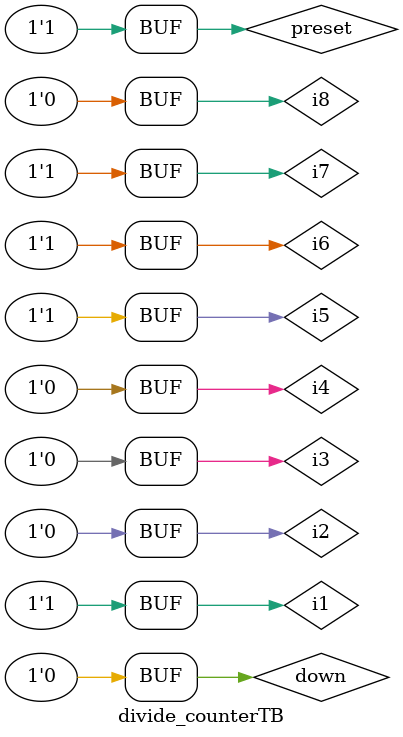
<source format=v>
`timescale 1ps/1ps
module divide_counterTB();
wire up;
reg i8,i7,i6,i5,i4,i3,i2,i1;
reg down,preset;
wire Q2,Q3,Q4,Q5,Q6,Q7,Q8,Q1;
wire out3;

divide_counter1 divv(Q1,i4,i3,i2,i1,up,down,i8,i7,i6,i5,preset,Q2,Q3,Q4,Q5,Q6,Q7,Q8,out3);

inverter #(5,2000)inv(1'b1,up);

initial begin
i8 = 0;
i7 = 1;
i6 = 1;
i5 = 1;
i4 = 0;
i3 = 0; 
i2 = 0;
i1 = 1;
down = 0;
preset = 0; 
#5000;
preset = 1;

end

endmodule

</source>
